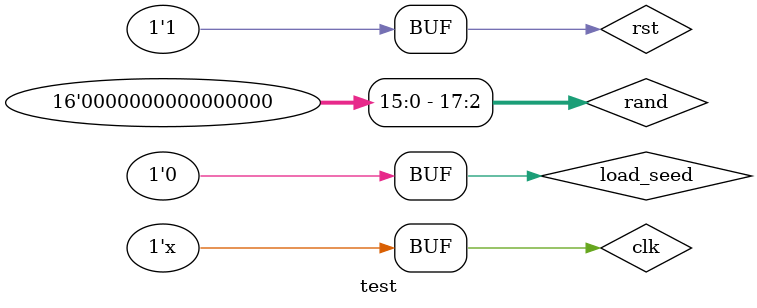
<source format=v>
module test;
    reg clk;
	 reg rst;
	 reg load_seed;
	 reg [17:1]rand;
    wire num;
	 
    LFSR #(8) lfsr8(.num(num),.load_seed(load_seed),.clk(clk),.rand(rand));
    LFSR #(17) lfsr17(.num(num),.load_seed(load_seed),.clk(clk),.rand(rand));
    
	 initial begin
        clk = 0;
		  rand = $random;
        $monitor("%gns   feedback = %d lfsr_reg = %b  lfsr_out = %d", $time, test.lfsr17.feedback, test.lfsr17.num, test.lfsr17.num[1]);
		  load_seed = 1;
        #20 load_seed = 0;
		  #600
		  rst =0;
		  #20 rst = 1;
		  rand = $random;
		  $monitor("%gns   feedback = %d lfsr_reg = %b  lfsr_out = %d", $time, test.lfsr8.feedback, test.lfsr8.num, test.lfsr8.num[1]);
		  load_seed = 1;
        #20 load_seed = 0;   
    end 
        always #(10) clk = ~clk; 

endmodule
 
</source>
